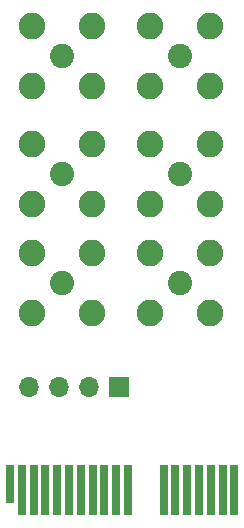
<source format=gbs>
G04 #@! TF.GenerationSoftware,KiCad,Pcbnew,5.1.10*
G04 #@! TF.CreationDate,2021-09-17T19:19:20-07:00*
G04 #@! TF.ProjectId,PCIEX1-SMA,50434945-5831-42d5-934d-412e6b696361,rev?*
G04 #@! TF.SameCoordinates,Original*
G04 #@! TF.FileFunction,Soldermask,Bot*
G04 #@! TF.FilePolarity,Negative*
%FSLAX46Y46*%
G04 Gerber Fmt 4.6, Leading zero omitted, Abs format (unit mm)*
G04 Created by KiCad (PCBNEW 5.1.10) date 2021-09-17 19:19:20*
%MOMM*%
%LPD*%
G01*
G04 APERTURE LIST*
%ADD10R,1.700000X1.700000*%
%ADD11O,1.700000X1.700000*%
%ADD12C,2.050000*%
%ADD13C,2.250000*%
%ADD14R,0.700000X4.300000*%
%ADD15R,0.700000X3.200000*%
G04 APERTURE END LIST*
D10*
X150350000Y-104300000D03*
D11*
X147810000Y-104300000D03*
X145270000Y-104300000D03*
X142730000Y-104300000D03*
D12*
X155510000Y-76250000D03*
D13*
X158050000Y-78790000D03*
X158050000Y-73710000D03*
X152970000Y-73710000D03*
X152970000Y-78790000D03*
D12*
X155510000Y-95460000D03*
D13*
X158050000Y-98000000D03*
X158050000Y-92920000D03*
X152970000Y-92920000D03*
X152970000Y-98000000D03*
D12*
X145510000Y-76250000D03*
D13*
X148050000Y-78790000D03*
X148050000Y-73710000D03*
X142970000Y-73710000D03*
X142970000Y-78790000D03*
D12*
X155510000Y-86250000D03*
D13*
X158050000Y-88790000D03*
X158050000Y-83710000D03*
X152970000Y-83710000D03*
X152970000Y-88790000D03*
D12*
X145510000Y-86250000D03*
D13*
X148050000Y-88790000D03*
X148050000Y-83710000D03*
X142970000Y-83710000D03*
X142970000Y-88790000D03*
D12*
X145510000Y-95460000D03*
D13*
X148050000Y-98000000D03*
X148050000Y-92920000D03*
X142970000Y-92920000D03*
X142970000Y-98000000D03*
D14*
X155130000Y-112990000D03*
X154130000Y-112990000D03*
X160130000Y-112990000D03*
X159130000Y-112990000D03*
X158130000Y-112990000D03*
X157130000Y-112990000D03*
X156130000Y-112990000D03*
X151130000Y-112990000D03*
X150130000Y-112990000D03*
X149130000Y-112990000D03*
X148130000Y-112990000D03*
X147130000Y-112990000D03*
X146130000Y-112990000D03*
X145130000Y-112990000D03*
X144130000Y-112990000D03*
X143130000Y-112990000D03*
X142130000Y-112990000D03*
D15*
X141130000Y-112440000D03*
M02*

</source>
